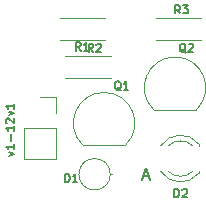
<source format=gbr>
%TF.GenerationSoftware,KiCad,Pcbnew,(5.1.12)-1*%
%TF.CreationDate,2023-08-17T10:50:11+05:30*%
%TF.ProjectId,low battery inductor,6c6f7720-6261-4747-9465-727920696e64,rev?*%
%TF.SameCoordinates,Original*%
%TF.FileFunction,Legend,Top*%
%TF.FilePolarity,Positive*%
%FSLAX46Y46*%
G04 Gerber Fmt 4.6, Leading zero omitted, Abs format (unit mm)*
G04 Created by KiCad (PCBNEW (5.1.12)-1) date 2023-08-17 10:50:11*
%MOMM*%
%LPD*%
G01*
G04 APERTURE LIST*
%ADD10C,0.120000*%
%ADD11C,0.150000*%
G04 APERTURE END LIST*
D10*
%TO.C,v1-12v1*%
X143495001Y-80395001D02*
X146155001Y-80395001D01*
X143495001Y-80395001D02*
X143495001Y-82995001D01*
X143495001Y-82995001D02*
X146155001Y-82995001D01*
X146155001Y-80395001D02*
X146155001Y-82995001D01*
X146155001Y-77795001D02*
X146155001Y-79125001D01*
X144825001Y-77795001D02*
X146155001Y-77795001D01*
%TO.C,R3*%
X154620000Y-71080000D02*
X158460000Y-71080000D01*
X154620000Y-72920000D02*
X158460000Y-72920000D01*
%TO.C,R2*%
X146990000Y-74305001D02*
X150830000Y-74305001D01*
X146990000Y-76145001D02*
X150830000Y-76145001D01*
%TO.C,R1*%
X150380000Y-72920000D02*
X146540000Y-72920000D01*
X150380000Y-71080000D02*
X146540000Y-71080000D01*
%TO.C,Q2*%
X154470000Y-78850000D02*
X158070000Y-78850000D01*
X158108478Y-78838478D02*
G75*
G03*
X156270000Y-74400000I-1838478J1838478D01*
G01*
X154431522Y-78838478D02*
G75*
G02*
X156270000Y-74400000I1838478J1838478D01*
G01*
%TO.C,Q1*%
X148470000Y-81850000D02*
X152070000Y-81850000D01*
X152108478Y-81838478D02*
G75*
G03*
X150270000Y-77400000I-1838478J1838478D01*
G01*
X148431522Y-81838478D02*
G75*
G02*
X150270000Y-77400000I1838478J1838478D01*
G01*
%TO.C,D2*%
X158290000Y-84236000D02*
X158290000Y-84080000D01*
X158290000Y-81920000D02*
X158290000Y-81764000D01*
X155688870Y-81920163D02*
G75*
G02*
X157770961Y-81920000I1041130J-1079837D01*
G01*
X155688870Y-84079837D02*
G75*
G03*
X157770961Y-84080000I1041130J1079837D01*
G01*
X155057665Y-81921392D02*
G75*
G02*
X158290000Y-81764484I1672335J-1078608D01*
G01*
X155057665Y-84078608D02*
G75*
G03*
X158290000Y-84235516I1672335J1078608D01*
G01*
%TO.C,D1*%
X150786371Y-84325000D02*
G75*
G03*
X150786371Y-84325000I-1326371J0D01*
G01*
X150786371Y-84325000D02*
X150900000Y-84325000D01*
%TO.C,v1-12v1*%
D11*
X142175000Y-82750000D02*
X142641666Y-82583333D01*
X142175000Y-82416666D01*
X142641666Y-81783333D02*
X142641666Y-82183333D01*
X142641666Y-81983333D02*
X141941666Y-81983333D01*
X142041666Y-82050000D01*
X142108333Y-82116666D01*
X142141666Y-82183333D01*
X142375000Y-81483333D02*
X142375000Y-80950000D01*
X142641666Y-80250000D02*
X142641666Y-80650000D01*
X142641666Y-80450000D02*
X141941666Y-80450000D01*
X142041666Y-80516666D01*
X142108333Y-80583333D01*
X142141666Y-80650000D01*
X142008333Y-79983333D02*
X141975000Y-79950000D01*
X141941666Y-79883333D01*
X141941666Y-79716666D01*
X141975000Y-79650000D01*
X142008333Y-79616666D01*
X142075000Y-79583333D01*
X142141666Y-79583333D01*
X142241666Y-79616666D01*
X142641666Y-80016666D01*
X142641666Y-79583333D01*
X142175000Y-79350000D02*
X142641666Y-79183333D01*
X142175000Y-79016666D01*
X142641666Y-78383333D02*
X142641666Y-78783333D01*
X142641666Y-78583333D02*
X141941666Y-78583333D01*
X142041666Y-78650000D01*
X142108333Y-78716666D01*
X142141666Y-78783333D01*
%TO.C,R3*%
X156708333Y-70716666D02*
X156475000Y-70383333D01*
X156308333Y-70716666D02*
X156308333Y-70016666D01*
X156575000Y-70016666D01*
X156641666Y-70050000D01*
X156675000Y-70083333D01*
X156708333Y-70150000D01*
X156708333Y-70250000D01*
X156675000Y-70316666D01*
X156641666Y-70350000D01*
X156575000Y-70383333D01*
X156308333Y-70383333D01*
X156941666Y-70016666D02*
X157375000Y-70016666D01*
X157141666Y-70283333D01*
X157241666Y-70283333D01*
X157308333Y-70316666D01*
X157341666Y-70350000D01*
X157375000Y-70416666D01*
X157375000Y-70583333D01*
X157341666Y-70650000D01*
X157308333Y-70683333D01*
X157241666Y-70716666D01*
X157041666Y-70716666D01*
X156975000Y-70683333D01*
X156941666Y-70650000D01*
%TO.C,R2*%
X149343333Y-73976666D02*
X149110000Y-73643333D01*
X148943333Y-73976666D02*
X148943333Y-73276666D01*
X149210000Y-73276666D01*
X149276666Y-73310000D01*
X149310000Y-73343333D01*
X149343333Y-73410000D01*
X149343333Y-73510000D01*
X149310000Y-73576666D01*
X149276666Y-73610000D01*
X149210000Y-73643333D01*
X148943333Y-73643333D01*
X149610000Y-73343333D02*
X149643333Y-73310000D01*
X149710000Y-73276666D01*
X149876666Y-73276666D01*
X149943333Y-73310000D01*
X149976666Y-73343333D01*
X150010000Y-73410000D01*
X150010000Y-73476666D01*
X149976666Y-73576666D01*
X149576666Y-73976666D01*
X150010000Y-73976666D01*
%TO.C,R1*%
X148283333Y-73866665D02*
X148050000Y-73533332D01*
X147883333Y-73866665D02*
X147883333Y-73166665D01*
X148150000Y-73166665D01*
X148216666Y-73199999D01*
X148250000Y-73233332D01*
X148283333Y-73299999D01*
X148283333Y-73399999D01*
X148250000Y-73466665D01*
X148216666Y-73499999D01*
X148150000Y-73533332D01*
X147883333Y-73533332D01*
X148950000Y-73866665D02*
X148550000Y-73866665D01*
X148750000Y-73866665D02*
X148750000Y-73166665D01*
X148683333Y-73266665D01*
X148616666Y-73333332D01*
X148550000Y-73366665D01*
%TO.C,Q2*%
X157183333Y-74033333D02*
X157116666Y-74000000D01*
X157050000Y-73933333D01*
X156950000Y-73833333D01*
X156883333Y-73800000D01*
X156816666Y-73800000D01*
X156850000Y-73966666D02*
X156783333Y-73933333D01*
X156716666Y-73866666D01*
X156683333Y-73733333D01*
X156683333Y-73500000D01*
X156716666Y-73366666D01*
X156783333Y-73300000D01*
X156850000Y-73266666D01*
X156983333Y-73266666D01*
X157050000Y-73300000D01*
X157116666Y-73366666D01*
X157150000Y-73500000D01*
X157150000Y-73733333D01*
X157116666Y-73866666D01*
X157050000Y-73933333D01*
X156983333Y-73966666D01*
X156850000Y-73966666D01*
X157416666Y-73333333D02*
X157450000Y-73300000D01*
X157516666Y-73266666D01*
X157683333Y-73266666D01*
X157750000Y-73300000D01*
X157783333Y-73333333D01*
X157816666Y-73400000D01*
X157816666Y-73466666D01*
X157783333Y-73566666D01*
X157383333Y-73966666D01*
X157816666Y-73966666D01*
%TO.C,Q1*%
X151693333Y-77223333D02*
X151626666Y-77190000D01*
X151560000Y-77123333D01*
X151460000Y-77023333D01*
X151393333Y-76990000D01*
X151326666Y-76990000D01*
X151360000Y-77156666D02*
X151293333Y-77123333D01*
X151226666Y-77056666D01*
X151193333Y-76923333D01*
X151193333Y-76690000D01*
X151226666Y-76556666D01*
X151293333Y-76490000D01*
X151360000Y-76456666D01*
X151493333Y-76456666D01*
X151560000Y-76490000D01*
X151626666Y-76556666D01*
X151660000Y-76690000D01*
X151660000Y-76923333D01*
X151626666Y-77056666D01*
X151560000Y-77123333D01*
X151493333Y-77156666D01*
X151360000Y-77156666D01*
X152326666Y-77156666D02*
X151926666Y-77156666D01*
X152126666Y-77156666D02*
X152126666Y-76456666D01*
X152060000Y-76556666D01*
X151993333Y-76623333D01*
X151926666Y-76656666D01*
%TO.C,D2*%
X156213333Y-86276666D02*
X156213333Y-85576666D01*
X156380000Y-85576666D01*
X156480000Y-85610000D01*
X156546666Y-85676666D01*
X156580000Y-85743333D01*
X156613333Y-85876666D01*
X156613333Y-85976666D01*
X156580000Y-86110000D01*
X156546666Y-86176666D01*
X156480000Y-86243333D01*
X156380000Y-86276666D01*
X156213333Y-86276666D01*
X156880000Y-85643333D02*
X156913333Y-85610000D01*
X156980000Y-85576666D01*
X157146666Y-85576666D01*
X157213333Y-85610000D01*
X157246666Y-85643333D01*
X157280000Y-85710000D01*
X157280000Y-85776666D01*
X157246666Y-85876666D01*
X156846666Y-86276666D01*
X157280000Y-86276666D01*
%TO.C,D1*%
X146943333Y-84991666D02*
X146943333Y-84291666D01*
X147110000Y-84291666D01*
X147210000Y-84325000D01*
X147276666Y-84391666D01*
X147310000Y-84458333D01*
X147343333Y-84591666D01*
X147343333Y-84691666D01*
X147310000Y-84825000D01*
X147276666Y-84891666D01*
X147210000Y-84958333D01*
X147110000Y-84991666D01*
X146943333Y-84991666D01*
X148010000Y-84991666D02*
X147610000Y-84991666D01*
X147810000Y-84991666D02*
X147810000Y-84291666D01*
X147743333Y-84391666D01*
X147676666Y-84458333D01*
X147610000Y-84491666D01*
X153546904Y-84491666D02*
X154023095Y-84491666D01*
X153451666Y-84777380D02*
X153785000Y-83777380D01*
X154118333Y-84777380D01*
%TD*%
M02*

</source>
